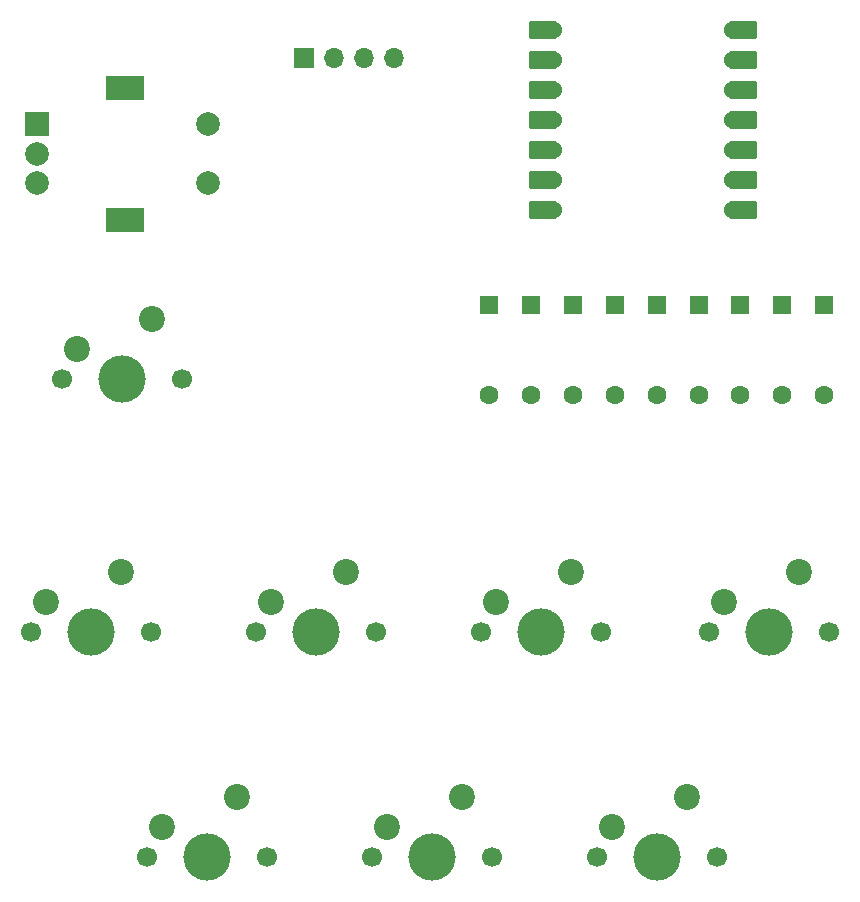
<source format=gbr>
%TF.GenerationSoftware,KiCad,Pcbnew,9.0.5*%
%TF.CreationDate,2025-11-29T17:42:32-06:00*%
%TF.ProjectId,KPad,4b506164-2e6b-4696-9361-645f70636258,rev?*%
%TF.SameCoordinates,Original*%
%TF.FileFunction,Soldermask,Top*%
%TF.FilePolarity,Negative*%
%FSLAX46Y46*%
G04 Gerber Fmt 4.6, Leading zero omitted, Abs format (unit mm)*
G04 Created by KiCad (PCBNEW 9.0.5) date 2025-11-29 17:42:32*
%MOMM*%
%LPD*%
G01*
G04 APERTURE LIST*
G04 Aperture macros list*
%AMRoundRect*
0 Rectangle with rounded corners*
0 $1 Rounding radius*
0 $2 $3 $4 $5 $6 $7 $8 $9 X,Y pos of 4 corners*
0 Add a 4 corners polygon primitive as box body*
4,1,4,$2,$3,$4,$5,$6,$7,$8,$9,$2,$3,0*
0 Add four circle primitives for the rounded corners*
1,1,$1+$1,$2,$3*
1,1,$1+$1,$4,$5*
1,1,$1+$1,$6,$7*
1,1,$1+$1,$8,$9*
0 Add four rect primitives between the rounded corners*
20,1,$1+$1,$2,$3,$4,$5,0*
20,1,$1+$1,$4,$5,$6,$7,0*
20,1,$1+$1,$6,$7,$8,$9,0*
20,1,$1+$1,$8,$9,$2,$3,0*%
G04 Aperture macros list end*
%ADD10RoundRect,0.250000X-0.550000X0.550000X-0.550000X-0.550000X0.550000X-0.550000X0.550000X0.550000X0*%
%ADD11C,1.600000*%
%ADD12C,1.700000*%
%ADD13C,4.000000*%
%ADD14C,2.200000*%
%ADD15R,2.000000X2.000000*%
%ADD16C,2.000000*%
%ADD17R,3.200000X2.000000*%
%ADD18R,1.700000X1.700000*%
%ADD19O,1.700000X1.700000*%
%ADD20RoundRect,0.152400X1.063600X0.609600X-1.063600X0.609600X-1.063600X-0.609600X1.063600X-0.609600X0*%
%ADD21C,1.524000*%
%ADD22RoundRect,0.152400X-1.063600X-0.609600X1.063600X-0.609600X1.063600X0.609600X-1.063600X0.609600X0*%
G04 APERTURE END LIST*
D10*
%TO.C,D22*%
X115500000Y-53327500D03*
D11*
X115500000Y-60947500D03*
%TD*%
D10*
%TO.C,D17*%
X133250000Y-53327500D03*
D11*
X133250000Y-60947500D03*
%TD*%
D12*
%TO.C,SW3*%
X85090000Y-80962500D03*
D13*
X90170000Y-80962500D03*
D12*
X95250000Y-80962500D03*
D14*
X92710000Y-75882500D03*
X86360000Y-78422500D03*
%TD*%
D12*
%TO.C,SW9*%
X123507500Y-80962500D03*
D13*
X128587500Y-80962500D03*
D12*
X133667500Y-80962500D03*
D14*
X131127500Y-75882500D03*
X124777500Y-78422500D03*
%TD*%
D15*
%TO.C,SW1*%
X66550000Y-37981000D03*
D16*
X66550000Y-42981000D03*
X66550000Y-40481000D03*
D17*
X74050000Y-34881000D03*
X74050000Y-46081000D03*
D16*
X81050000Y-42981000D03*
X81050000Y-37981000D03*
%TD*%
D12*
%TO.C,SW4*%
X104140000Y-80962500D03*
D13*
X109220000Y-80962500D03*
D12*
X114300000Y-80962500D03*
D14*
X111760000Y-75882500D03*
X105410000Y-78422500D03*
%TD*%
D10*
%TO.C,D18*%
X129700000Y-53327500D03*
D11*
X129700000Y-60947500D03*
%TD*%
D18*
%TO.C,J1*%
X89173750Y-32391250D03*
D19*
X91713750Y-32391250D03*
X94253750Y-32391250D03*
X96793750Y-32391250D03*
%TD*%
D12*
%TO.C,SW6*%
X94932500Y-100012500D03*
D13*
X100012500Y-100012500D03*
D12*
X105092500Y-100012500D03*
D14*
X102552500Y-94932500D03*
X96202500Y-97472500D03*
%TD*%
D20*
%TO.C,U1*%
X109425000Y-30000000D03*
D21*
X110260000Y-30000000D03*
D20*
X109425000Y-32540000D03*
D21*
X110260000Y-32540000D03*
D20*
X109425000Y-35080000D03*
D21*
X110260000Y-35080000D03*
D20*
X109425000Y-37620000D03*
D21*
X110260000Y-37620000D03*
D20*
X109425000Y-40160000D03*
D21*
X110260000Y-40160000D03*
D20*
X109425000Y-42700000D03*
D21*
X110260000Y-42700000D03*
D20*
X109425000Y-45240000D03*
D21*
X110260000Y-45240000D03*
X125500000Y-45240000D03*
D22*
X126335000Y-45240000D03*
D21*
X125500000Y-42700000D03*
D22*
X126335000Y-42700000D03*
D21*
X125500000Y-40160000D03*
D22*
X126335000Y-40160000D03*
D21*
X125500000Y-37620000D03*
D22*
X126335000Y-37620000D03*
D21*
X125500000Y-35080000D03*
D22*
X126335000Y-35080000D03*
D21*
X125500000Y-32540000D03*
D22*
X126335000Y-32540000D03*
D21*
X125500000Y-30000000D03*
D22*
X126335000Y-30000000D03*
%TD*%
D12*
%TO.C,SW8*%
X68738750Y-59531250D03*
D13*
X73818750Y-59531250D03*
D12*
X78898750Y-59531250D03*
D14*
X76358750Y-54451250D03*
X70008750Y-56991250D03*
%TD*%
D10*
%TO.C,D24*%
X108400000Y-53327500D03*
D11*
X108400000Y-60947500D03*
%TD*%
D12*
%TO.C,SW5*%
X75882500Y-100012500D03*
D13*
X80962500Y-100012500D03*
D12*
X86042500Y-100012500D03*
D14*
X83502500Y-94932500D03*
X77152500Y-97472500D03*
%TD*%
D10*
%TO.C,D19*%
X126150000Y-53327500D03*
D11*
X126150000Y-60947500D03*
%TD*%
D10*
%TO.C,D20*%
X122600000Y-53327500D03*
D11*
X122600000Y-60947500D03*
%TD*%
D12*
%TO.C,SW7*%
X113982500Y-100012500D03*
D13*
X119062500Y-100012500D03*
D12*
X124142500Y-100012500D03*
D14*
X121602500Y-94932500D03*
X115252500Y-97472500D03*
%TD*%
D10*
%TO.C,D23*%
X111950000Y-53327500D03*
D11*
X111950000Y-60947500D03*
%TD*%
D10*
%TO.C,D25*%
X104850000Y-53327500D03*
D11*
X104850000Y-60947500D03*
%TD*%
D10*
%TO.C,D21*%
X119050000Y-53327500D03*
D11*
X119050000Y-60947500D03*
%TD*%
D12*
%TO.C,SW2*%
X66040000Y-80962500D03*
D13*
X71120000Y-80962500D03*
D12*
X76200000Y-80962500D03*
D14*
X73660000Y-75882500D03*
X67310000Y-78422500D03*
%TD*%
M02*

</source>
